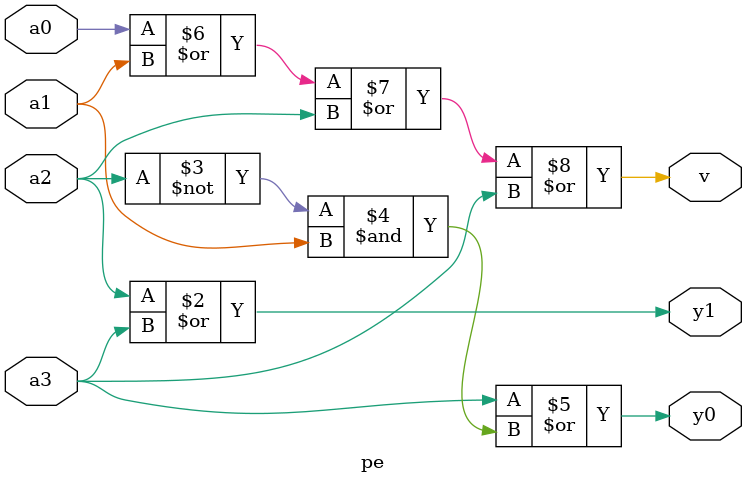
<source format=sv>
 
 
 module pe ( a0, a1, a2, a3, y0, y1, v );
	input a0, a1, a2, a3;
	output reg y0, y1, v;
	
	always @( a0, a1, a2, a3 )
	begin
		y1 = a2 | a3;
		y0 = ( a3 | ( ~a2 & a1 ) );
		v  = ( a0 | a1 | a2 | a3 );
	end
 endmodule

 
 /*
 module pe (
    input a0, a1, a2, a3,
    output reg y0, y1, v
);

    always @(*) begin
        // default outputs
        y1 = 0;
        y0 = 0;
        v  = 0;

        // Highest priority first
        if (a3 == 1) begin
            y1 = 1;
            y0 = 1;
            v  = 1;
        end
        else if (a2 == 1) begin
            y1 = 1;
            y0 = 0;
            v  = 1;
        end
        else if (a1 == 1) begin
            y1 = 0;
            y0 = 1;
            v  = 1;
        end
        else if (a0 == 1) begin
            y1 = 0;
            y0 = 0;
            v  = 1;
        end
        // else → defaults (000)
    end

endmodule
*/

/*
module pe (
    input  a0, a1, a2, a3,
    output reg y0, y1, v
);

    always @(*) begin
        // default outputs
        y1 = 0;
        y0 = 0;
        v  = 0;

        casez ({a3, a2, a1, a0})
            4'b1???: begin y1 = 1; y0 = 1; v = 1; end  // a3 has highest priority
            4'b01??: begin y1 = 1; y0 = 0; v = 1; end  // a2
            4'b001?: begin y1 = 0; y0 = 1; v = 1; end  // a1
            4'b0001: begin y1 = 0; y0 = 0; v = 1; end  // a0
            4'b0000: begin y1 = 0; y0 = 0; v = 0; end  // no input active
            default: begin y1 = 0; y0 = 0; v = 0; end
        endcase
    end

endmodule
*/


</source>
